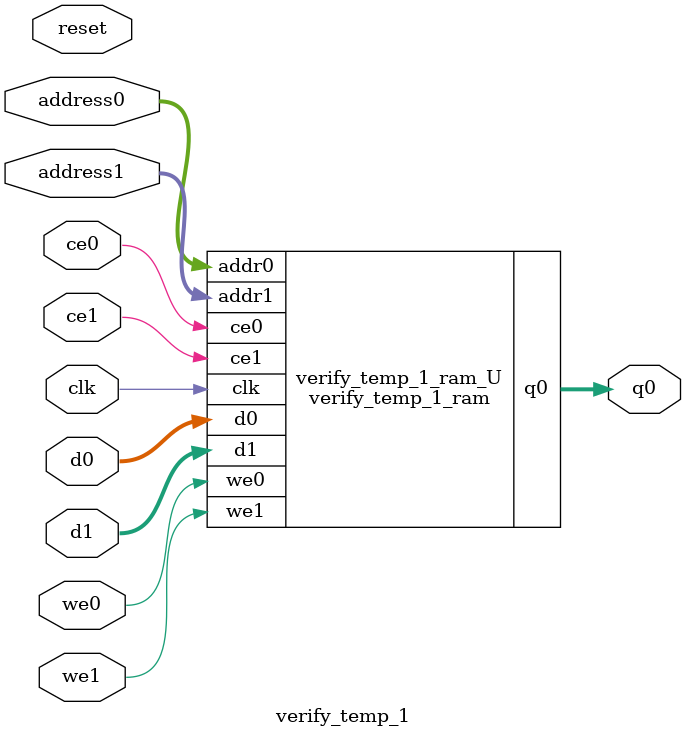
<source format=v>
`timescale 1 ns / 1 ps
module verify_temp_1_ram (addr0, ce0, d0, we0, q0, addr1, ce1, d1, we1,  clk);

parameter DWIDTH = 8;
parameter AWIDTH = 7;
parameter MEM_SIZE = 75;

input[AWIDTH-1:0] addr0;
input ce0;
input[DWIDTH-1:0] d0;
input we0;
output reg[DWIDTH-1:0] q0;
input[AWIDTH-1:0] addr1;
input ce1;
input[DWIDTH-1:0] d1;
input we1;
input clk;

(* ram_style = "block" *)reg [DWIDTH-1:0] ram[0:MEM_SIZE-1];




always @(posedge clk)  
begin 
    if (ce0) begin
        if (we0) 
            ram[addr0] <= d0; 
        q0 <= ram[addr0];
    end
end


always @(posedge clk)  
begin 
    if (ce1) begin
        if (we1) 
            ram[addr1] <= d1; 
    end
end


endmodule

`timescale 1 ns / 1 ps
module verify_temp_1(
    reset,
    clk,
    address0,
    ce0,
    we0,
    d0,
    q0,
    address1,
    ce1,
    we1,
    d1);

parameter DataWidth = 32'd8;
parameter AddressRange = 32'd75;
parameter AddressWidth = 32'd7;
input reset;
input clk;
input[AddressWidth - 1:0] address0;
input ce0;
input we0;
input[DataWidth - 1:0] d0;
output[DataWidth - 1:0] q0;
input[AddressWidth - 1:0] address1;
input ce1;
input we1;
input[DataWidth - 1:0] d1;



verify_temp_1_ram verify_temp_1_ram_U(
    .clk( clk ),
    .addr0( address0 ),
    .ce0( ce0 ),
    .we0( we0 ),
    .d0( d0 ),
    .q0( q0 ),
    .addr1( address1 ),
    .ce1( ce1 ),
    .we1( we1 ),
    .d1( d1 ));

endmodule


</source>
